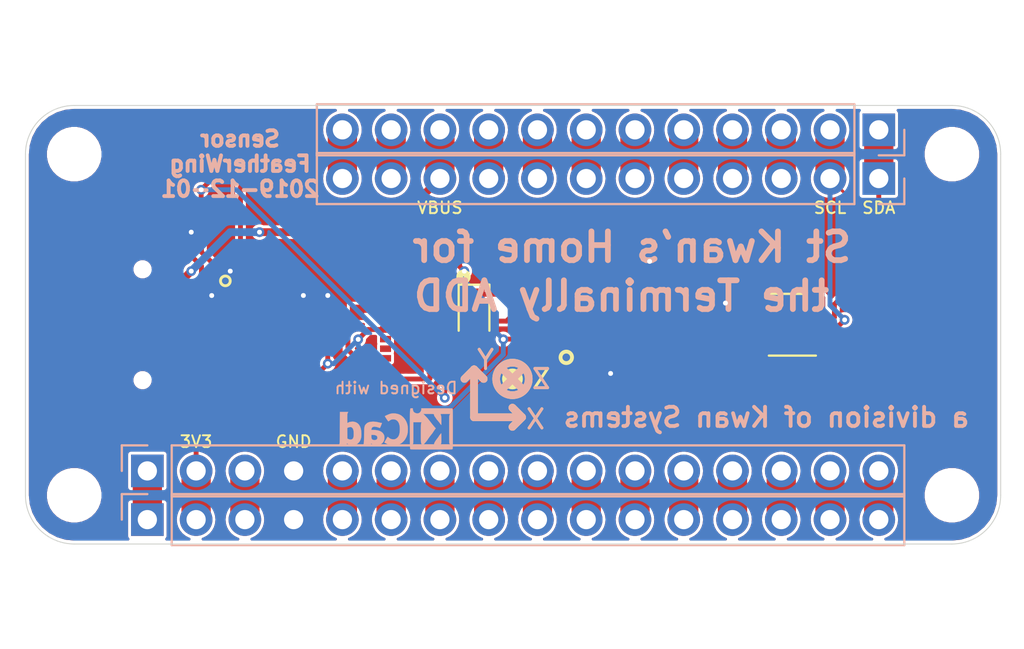
<source format=kicad_pcb>
(kicad_pcb (version 20171130) (host pcbnew 5.1.4-e60b266~84~ubuntu18.04.1)
  (layers (0 F.Cu signal) (31 B.Cu signal) (34 B.Paste user) (35 F.Paste user) (36 B.SilkS user) (37 F.SilkS user) (38 B.Mask user) (39 F.Mask user) (44 Edge.Cuts user))
  (net 0 "")
  (net 1 GND)
  (net 2 +3V3)
  (net 3 /MPU9250/REGOUT)
  (net 4 /SCL)
  (net 5 /SDA)
  (net 6 /HighAcc/ZACC)
  (net 7 /HighAcc/YACC)
  (net 8 /HighAcc/XACC)
  (net 9 "Net-(J103-Pad16)")
  (net 10 "Net-(J103-Pad15)")
  (net 11 "Net-(J103-Pad14)")
  (net 12 "Net-(J103-Pad13)")
  (net 13 "Net-(J103-Pad12)")
  (net 14 "Net-(J103-Pad11)")
  (net 15 "Net-(J103-Pad10)")
  (net 16 "Net-(J103-Pad9)")
  (net 17 "Net-(J103-Pad8)")
  (net 18 "Net-(J103-Pad7)")
  (net 19 "Net-(J103-Pad6)")
  (net 20 "Net-(J103-Pad5)")
  (net 21 "Net-(J103-Pad3)")
  (net 22 "Net-(J103-Pad1)")
  (net 23 "Net-(J104-Pad12)")
  (net 24 "Net-(J104-Pad11)")
  (net 25 "Net-(J104-Pad9)")
  (net 26 "Net-(J104-Pad8)")
  (net 27 "Net-(J104-Pad7)")
  (net 28 "Net-(J104-Pad6)")
  (net 29 "Net-(J104-Pad5)")
  (net 30 "Net-(J104-Pad4)")
  (net 31 "Net-(J104-Pad3)")
  (net 32 /BNO055/CAP)
  (net 33 /BNO055/XIN32)
  (net 34 /BNO055/XOUT32)
  (net 35 VBUS)
  (module KwanSystems:OSHW-Symbol_6.7x6mm_SolderMask (layer B.Cu) (at 114.3 144.272 180)
    (fp_text reference REF*** hide)
    (fp_text value OSHW-Symbol_6.7x6mm_Copper hide)
  )
  (module KwanSystems:Symbol_KiCAD-Logo_CopperAndSilkScreenTop_small (layer B.Cu) (at 120.904 146.304 180)
    (fp_text reference REF** hide)
    (fp_text value "KiCAD Logo" hide)
  )
  (module KwanSystems:KWAN_CIRCLE_soldermask (layer F.Cu) (at 147.828 140.97)
    (fp_text reference G*** hide)
    (fp_text value LOGO hide)
  )
  (module KwanSystems:ADivisionOf (layer B.Cu) (at 144.78 143.764 180)
    (fp_text reference REF** hide)
    (fp_text value StKwans)
    (fp_text user "a division of Kwan Systems" (at -6.096 -2.032) (layer B.SilkS) (effects (font (thickness 0.2)) (justify left mirror)))
  )
  (module KwanSystems:StKwans (layer B.Cu) (at 144.78 138.176 180)
    (fp_text reference REF** hide)
    (fp_text value StKwans hide)
    (fp_text user "the Terminally ADD" (at 1.15 -1.3) (layer B.SilkS) (effects (font (size 1.5 1.5) (thickness 0.3)) (justify left mirror)))
    (fp_text user "St Kwan's Home for" (at 0 1.25) (layer B.SilkS) (effects (font (size 1.5 1.5) (thickness 0.3)) (justify left mirror)))
  )
  (module KwanSystems:KWAN_CIRCLE_soldermask (layer B.Cu) (at 147.828 140.97 180)
    (fp_text reference G*** hide)
    (fp_text value LOGO hide)
  )
  (module KwanSystems:Axis (layer F.Cu) (at 124.968 145.796)
    (fp_text reference U501 hide)
    (fp_text value MPU9250 hide)
    (fp_text user Z (at 3.5 -2) (layer B.SilkS) (effects (justify mirror)))
    (fp_text user Y (at 0.6 -3) (layer B.SilkS) (effects (justify mirror)))
    (fp_text user X (at 3.2 0.1) (layer B.SilkS) (effects (justify mirror)))
    (fp_text user Z (at 3.5 -2) (layer F.SilkS))
    (fp_text user X (at 3.2 0.1) (layer F.SilkS))
    (fp_text user Y (at 0.6 -3) (layer F.SilkS))
  )
  (module KwanSystems:STANDOFF_FEATHER (layer F.Cu) (at 104.14 149.86)
    (fp_text reference J101)
    (fp_text value STANDOFF)
    (pad "" np_thru_hole circle (at 0 0) (size 2.54 2.54) (drill 2.54) (layers *.Cu *.Mask))
  )
  (module KwanSystems:STANDOFF_FEATHER (layer F.Cu) (at 104.14 132.08)
    (fp_text reference J102 hide)
    (fp_text value STANDOFF)
    (pad "" np_thru_hole circle (at 0 0) (size 2.54 2.54) (drill 2.54) (layers *.Cu *.Mask))
  )
  (module KwanSystems:STANDOFF_FEATHER (layer F.Cu) (at 149.86 132.08)
    (fp_text reference J105 hide)
    (fp_text value STANDOFF)
    (pad "" np_thru_hole circle (at 0 0) (size 2.54 2.54) (drill 2.54) (layers *.Cu *.Mask))
  )
  (module KwanSystems:STANDOFF_FEATHER (layer F.Cu) (at 149.86 149.86)
    (fp_text reference J106 hide)
    (fp_text value STANDOFF hide)
    (pad "" np_thru_hole circle (at 0 0) (size 2.54 2.54) (drill 2.54) (layers *.Cu *.Mask))
  )
  (module KwanSystems:QFN24_PAD (layer F.Cu) (at 114.3 140.97)
    (fp_text reference U201 hide)
    (fp_text value MPU9250 hide)
    (pad 22 smd oval (at -0.2 -1.55) (size 0.225 0.7) (layers F.Cu F.Paste F.Mask) (net 1 GND))
    (pad 21 smd oval (at 0.2 -1.55) (size 0.225 0.7) (layers F.Cu F.Paste F.Mask))
    (pad 20 smd oval (at 0.6 -1.55) (size 0.225 0.7) (layers F.Cu F.Paste F.Mask) (net 1 GND))
    (pad 19 smd oval (at 1 -1.55) (size 0.225 0.7) (layers F.Cu F.Paste F.Mask))
    (pad 24 smd oval (at -1 -1.55) (size 0.225 0.7) (layers F.Cu F.Paste F.Mask) (net 5 /SDA))
    (pad 23 smd oval (at -0.6 -1.55) (size 0.225 0.7) (layers F.Cu F.Paste F.Mask) (net 4 /SCL))
    (pad 10 smd oval (at 0.2 1.55 180) (size 0.225 0.7) (layers F.Cu F.Paste F.Mask) (net 3 /MPU9250/REGOUT))
    (pad 9 smd oval (at -0.2 1.55 180) (size 0.225 0.7) (layers F.Cu F.Paste F.Mask) (net 1 GND))
    (pad 8 smd oval (at -0.6 1.55 180) (size 0.225 0.7) (layers F.Cu F.Paste F.Mask) (net 2 +3V3))
    (pad 7 smd oval (at -1 1.55 180) (size 0.225 0.7) (layers F.Cu F.Paste F.Mask))
    (pad 12 smd oval (at 1 1.55 180) (size 0.225 0.7) (layers F.Cu F.Paste F.Mask))
    (pad 11 smd oval (at 0.6 1.55 180) (size 0.225 0.7) (layers F.Cu F.Paste F.Mask))
    (pad 4 smd oval (at -1.55 0.2 90) (size 0.225 0.7) (layers F.Cu F.Paste F.Mask))
    (pad 3 smd oval (at -1.55 -0.2 90) (size 0.225 0.7) (layers F.Cu F.Paste F.Mask))
    (pad 2 smd oval (at -1.55 -0.6 90) (size 0.225 0.7) (layers F.Cu F.Paste F.Mask))
    (pad 1 smd oval (at -1.55 -1 90) (size 0.225 0.7) (layers F.Cu F.Paste F.Mask))
    (pad 6 smd oval (at -1.55 1 90) (size 0.225 0.7) (layers F.Cu F.Paste F.Mask))
    (pad 5 smd oval (at -1.55 0.6 90) (size 0.225 0.7) (layers F.Cu F.Paste F.Mask))
    (pad 16 smd oval (at 1.55 -0.2 270) (size 0.225 0.7) (layers F.Cu F.Paste F.Mask))
    (pad 15 smd oval (at 1.55 0.2 270) (size 0.225 0.7) (layers F.Cu F.Paste F.Mask))
    (pad 14 smd oval (at 1.55 0.6 270) (size 0.225 0.7) (layers F.Cu F.Paste F.Mask))
    (pad 13 smd oval (at 1.55 1 270) (size 0.225 0.7) (layers F.Cu F.Paste F.Mask) (net 2 +3V3))
    (pad 18 smd oval (at 1.55 -1 270) (size 0.225 0.7) (layers F.Cu F.Paste F.Mask) (net 1 GND))
    (pad 17 smd oval (at 1.55 -0.6 270) (size 0.225 0.7) (layers F.Cu F.Paste F.Mask))
  )
  (module KwanSystems:SMD_0603 (layer F.Cu) (at 111.252 140.97 270)
    (fp_text reference C208)
    (fp_text value 100nF)
    (pad 2 smd rect (at 0.75 0 270) (size 0.8 0.75) (layers F.Cu F.Paste F.Mask) (net 2 +3V3))
    (pad 1 smd rect (at -0.75 0 270) (size 0.8 0.75) (layers F.Cu F.Paste F.Mask) (net 1 GND))
  )
  (module KwanSystems:SMD_0603 (layer F.Cu) (at 114.3 144.018)
    (fp_text reference C210)
    (fp_text value 100nF)
    (pad 1 smd rect (at -0.75 0) (size 0.8 0.75) (layers F.Cu F.Paste F.Mask) (net 1 GND))
    (pad 2 smd rect (at 0.75 0) (size 0.8 0.75) (layers F.Cu F.Paste F.Mask) (net 3 /MPU9250/REGOUT))
  )
  (module KwanSystems:SMD_0603 (layer F.Cu) (at 117.348 140.97 270)
    (fp_text reference C213)
    (fp_text value 100nF)
    (pad 1 smd rect (at -0.75 0 270) (size 0.8 0.75) (layers F.Cu F.Paste F.Mask) (net 1 GND))
    (pad 2 smd rect (at 0.75 0 270) (size 0.8 0.75) (layers F.Cu F.Paste F.Mask) (net 2 +3V3))
  )
  (module KwanSystems:R_Array_Convex_2x0402 (layer F.Cu) (at 109.22 132.08 180)
    (fp_text reference C306)
    (fp_text value 100nF)
    (pad 4 smd rect (at 0.5 -0.35 180) (size 0.5 0.4) (layers F.Cu F.Paste F.Mask) (net 1 GND))
    (pad 3 smd rect (at 0.5 0.35 180) (size 0.5 0.4) (layers F.Cu F.Paste F.Mask) (net 2 +3V3))
    (pad 2 smd rect (at -0.5 0.35 180) (size 0.5 0.4) (layers F.Cu F.Paste F.Mask) (net 1 GND))
    (pad 1 smd rect (at -0.5 -0.35 180) (size 0.5 0.4) (layers F.Cu F.Paste F.Mask) (net 2 +3V3))
  )
  (module KwanSystems:BME280 (layer F.Cu) (at 111.76 132.08)
    (fp_text reference U301 hide)
    (fp_text value BME280)
    (pad 2 smd rect (at 1.025 -0.325) (size 0.5 0.35) (layers F.Cu F.Paste F.Mask) (net 2 +3V3))
    (pad 8 smd rect (at -1.025 -0.975) (size 0.5 0.35) (layers F.Cu F.Paste F.Mask) (net 2 +3V3))
    (pad 3 smd rect (at 1.025 0.325) (size 0.5 0.35) (layers F.Cu F.Paste F.Mask) (net 5 /SDA))
    (pad 1 smd rect (at 1.025 -0.975) (size 0.5 0.35) (layers F.Cu F.Paste F.Mask) (net 1 GND))
    (pad 4 smd rect (at 1.025 0.975) (size 0.5 0.35) (layers F.Cu F.Paste F.Mask) (net 4 /SCL))
    (pad 5 smd rect (at -1.025 0.975) (size 0.5 0.35) (layers F.Cu F.Paste F.Mask) (net 1 GND))
    (pad 7 smd rect (at -1.025 -0.325) (size 0.5 0.35) (layers F.Cu F.Paste F.Mask) (net 1 GND))
    (pad 6 smd rect (at -1.025 0.325) (size 0.5 0.35) (layers F.Cu F.Paste F.Mask) (net 2 +3V3))
  )
  (module KwanSystems:SMD_0603 (layer F.Cu) (at 137.16 140.97 270)
    (fp_text reference C401)
    (fp_text value 100nF)
    (pad 2 smd rect (at 0.75 0 270) (size 0.8 0.75) (layers F.Cu F.Paste F.Mask) (net 6 /HighAcc/ZACC))
    (pad 1 smd rect (at -0.75 0 270) (size 0.8 0.75) (layers F.Cu F.Paste F.Mask) (net 1 GND))
  )
  (module KwanSystems:SMD_0603 (layer F.Cu) (at 135.636 140.97 270)
    (fp_text reference C402)
    (fp_text value 100nF)
    (pad 1 smd rect (at -0.75 0 270) (size 0.8 0.75) (layers F.Cu F.Paste F.Mask) (net 1 GND))
    (pad 2 smd rect (at 0.75 0 270) (size 0.8 0.75) (layers F.Cu F.Paste F.Mask) (net 7 /HighAcc/YACC))
  )
  (module KwanSystems:SMD_0603 (layer F.Cu) (at 134.112 140.97 270)
    (fp_text reference C403)
    (fp_text value 100nF)
    (pad 2 smd rect (at 0.75 0 270) (size 0.8 0.75) (layers F.Cu F.Paste F.Mask) (net 8 /HighAcc/XACC))
    (pad 1 smd rect (at -0.75 0 270) (size 0.8 0.75) (layers F.Cu F.Paste F.Mask) (net 1 GND))
  )
  (module KwanSystems:SMD_0603 (layer F.Cu) (at 129.032 140.97 90)
    (fp_text reference C505)
    (fp_text value 4.7uF)
    (pad 1 smd rect (at -0.75 0 90) (size 0.8 0.75) (layers F.Cu F.Paste F.Mask) (net 2 +3V3))
    (pad 2 smd rect (at 0.75 0 90) (size 0.8 0.75) (layers F.Cu F.Paste F.Mask) (net 1 GND))
  )
  (module KwanSystems:SMD_0603 (layer F.Cu) (at 141.224 143.51)
    (fp_text reference C607)
    (fp_text value 100nF)
    (pad 1 smd rect (at -0.75 0) (size 0.8 0.75) (layers F.Cu F.Paste F.Mask) (net 2 +3V3))
    (pad 2 smd rect (at 0.75 0) (size 0.8 0.75) (layers F.Cu F.Paste F.Mask) (net 1 GND))
  )
  (module KwanSystems:SMD_0603 (layer F.Cu) (at 141.224 145.034)
    (fp_text reference C608)
    (fp_text value 10uF)
    (pad 2 smd rect (at 0.75 0) (size 0.8 0.75) (layers F.Cu F.Paste F.Mask) (net 1 GND))
    (pad 1 smd rect (at -0.75 0) (size 0.8 0.75) (layers F.Cu F.Paste F.Mask) (net 2 +3V3))
  )
  (module KwanSystems:ADXL377 (layer F.Cu) (at 131.572 140.97 90)
    (fp_text reference U501)
    (fp_text value ADXL377)
    (pad 2 smd rect (at -1.4 -0.25 90) (size 0.6 0.3) (layers F.Cu F.Paste F.Mask) (net 1 GND))
    (pad 1 smd rect (at -1.4 -0.75 90) (size 0.6 0.3) (layers F.Cu F.Paste F.Mask))
    (pad 4 smd rect (at -1.4 0.75 90) (size 0.6 0.3) (layers F.Cu F.Paste F.Mask) (net 7 /HighAcc/YACC))
    (pad 3 smd rect (at -1.4 0.25 270) (size 0.6 0.3) (layers F.Cu F.Paste F.Mask))
    (pad 6 smd rect (at -0.25 1.4 180) (size 0.6 0.3) (layers F.Cu F.Paste F.Mask) (net 1 GND))
    (pad 7 smd rect (at 0.25 1.4) (size 0.6 0.3) (layers F.Cu F.Paste F.Mask) (net 1 GND))
    (pad 8 smd rect (at 0.75 1.4) (size 0.6 0.3) (layers F.Cu F.Paste F.Mask))
    (pad 5 smd rect (at -0.75 1.4 180) (size 0.6 0.3) (layers F.Cu F.Paste F.Mask) (net 8 /HighAcc/XACC))
    (pad 10 smd rect (at 1.4 0.25 270) (size 0.6 0.3) (layers F.Cu F.Paste F.Mask))
    (pad 11 smd rect (at 1.4 -0.25 90) (size 0.6 0.3) (layers F.Cu F.Paste F.Mask))
    (pad 12 smd rect (at 1.4 -0.75 270) (size 0.6 0.3) (layers F.Cu F.Paste F.Mask))
    (pad 9 smd rect (at 1.4 0.75 270) (size 0.6 0.3) (layers F.Cu F.Paste F.Mask))
    (pad 14 smd rect (at 0.25 -1.4) (size 0.6 0.3) (layers F.Cu F.Paste F.Mask) (net 2 +3V3))
    (pad 15 smd rect (at -0.25 -1.4 180) (size 0.6 0.3) (layers F.Cu F.Paste F.Mask) (net 2 +3V3))
    (pad 16 smd rect (at -0.75 -1.4 180) (size 0.6 0.3) (layers F.Cu F.Paste F.Mask) (net 6 /HighAcc/ZACC))
    (pad 13 smd rect (at 0.75 -1.4) (size 0.6 0.3) (layers F.Cu F.Paste F.Mask))
    (pad ~ smd rect (at 0 0 270) (size 1.6 1.6) (layers F.Cu F.Paste F.Mask))
  )
  (module TO_SOT_Packages_SMD:SOT-23-8 (layer F.Cu) (at 141.224 140.97 180)
    (fp_text reference U601 hide)
    (fp_text value AD7991)
    (pad 8 smd rect (at 1.1 -0.98 180) (size 1.06 0.4) (layers F.Cu F.Paste F.Mask) (net 2 +3V3))
    (pad 7 smd rect (at 1.1 -0.33 180) (size 1.06 0.4) (layers F.Cu F.Paste F.Mask) (net 1 GND))
    (pad 6 smd rect (at 1.1 0.33 180) (size 1.06 0.4) (layers F.Cu F.Paste F.Mask) (net 6 /HighAcc/ZACC))
    (pad 5 smd rect (at 1.1 0.98 180) (size 1.06 0.4) (layers F.Cu F.Paste F.Mask))
    (pad 4 smd rect (at -1.1 0.98 180) (size 1.06 0.4) (layers F.Cu F.Paste F.Mask) (net 7 /HighAcc/YACC))
    (pad 3 smd rect (at -1.1 0.33 180) (size 1.06 0.4) (layers F.Cu F.Paste F.Mask) (net 8 /HighAcc/XACC))
    (pad 2 smd rect (at -1.1 -0.33 180) (size 1.06 0.4) (layers F.Cu F.Paste F.Mask) (net 5 /SDA))
    (pad 1 smd rect (at -1.1 -0.98 180) (size 1.06 0.4) (layers F.Cu F.Paste F.Mask) (net 4 /SCL))
  )
  (module KwanSystems:SMD_0603 (layer F.Cu) (at 121.92 137.16)
    (fp_text reference C703)
    (fp_text value 100nF)
    (pad 2 smd rect (at 0.75 0) (size 0.8 0.75) (layers F.Cu F.Paste F.Mask) (net 2 +3V3))
    (pad 1 smd rect (at -0.75 0) (size 0.8 0.75) (layers F.Cu F.Paste F.Mask) (net 1 GND))
  )
  (module KwanSystems:SMD_0603 (layer F.Cu) (at 118.872 139.573 90)
    (fp_text reference C709)
    (fp_text value 100nF)
    (pad 1 smd rect (at -0.75 0 90) (size 0.8 0.75) (layers F.Cu F.Paste F.Mask) (net 32 /BNO055/CAP))
    (pad 2 smd rect (at 0.75 0 90) (size 0.8 0.75) (layers F.Cu F.Paste F.Mask) (net 1 GND))
  )
  (module KwanSystems:SMD_0603 (layer F.Cu) (at 124.968 137.16)
    (fp_text reference C725)
    (fp_text value 120nF)
    (pad 1 smd rect (at -0.75 0) (size 0.8 0.75) (layers F.Cu F.Paste F.Mask) (net 2 +3V3))
    (pad 2 smd rect (at 0.75 0) (size 0.8 0.75) (layers F.Cu F.Paste F.Mask) (net 1 GND))
  )
  (module KwanSystems:R_Array_Convex_2x0402 (layer F.Cu) (at 127.508 140.081)
    (fp_text reference C726)
    (fp_text value 22pF)
    (pad 4 smd rect (at 0.5 -0.35) (size 0.5 0.4) (layers F.Cu F.Paste F.Mask) (net 1 GND))
    (pad 3 smd rect (at 0.5 0.35) (size 0.5 0.4) (layers F.Cu F.Paste F.Mask) (net 1 GND))
    (pad 2 smd rect (at -0.5 0.35) (size 0.5 0.4) (layers F.Cu F.Paste F.Mask) (net 34 /BNO055/XOUT32))
    (pad 1 smd rect (at -0.5 -0.35) (size 0.5 0.4) (layers F.Cu F.Paste F.Mask) (net 33 /BNO055/XIN32))
  )
  (module KwanSystems:SMD_0603 (layer F.Cu) (at 124.968 135.636)
    (fp_text reference C728)
    (fp_text value 6.8nF)
    (pad 2 smd rect (at 0.75 0) (size 0.8 0.75) (layers F.Cu F.Paste F.Mask) (net 1 GND))
    (pad 1 smd rect (at -0.75 0) (size 0.8 0.75) (layers F.Cu F.Paste F.Mask) (net 2 +3V3))
  )
  (module KwanSystems:BNO055 (layer F.Cu) (at 121.92 140.97)
    (fp_text reference U701)
    (fp_text value BNO055)
    (pad 1 smd rect (at 1.5625 -2.25 270) (size 0.34 0.575) (layers F.Cu F.Paste F.Mask))
    (pad 2 smd rect (at 0.75 -2.3125 270) (size 0.475 0.34) (layers F.Cu F.Paste F.Mask) (net 1 GND))
    (pad 3 smd rect (at 0.25 -2.3125 270) (size 0.475 0.34) (layers F.Cu F.Paste F.Mask) (net 2 +3V3))
    (pad 4 smd rect (at -0.25 -2.3125 270) (size 0.475 0.34) (layers F.Cu F.Paste F.Mask) (net 2 +3V3))
    (pad 5 smd rect (at -0.75 -2.3125 270) (size 0.475 0.34) (layers F.Cu F.Paste F.Mask) (net 1 GND))
    (pad 6 smd rect (at -1.5625 -2.25 270) (size 0.34 0.575) (layers F.Cu F.Paste F.Mask) (net 1 GND))
    (pad 7 smd rect (at -1.5625 -1.75 270) (size 0.34 0.575) (layers F.Cu F.Paste F.Mask))
    (pad 8 smd rect (at -1.5625 -1.25 270) (size 0.34 0.575) (layers F.Cu F.Paste F.Mask))
    (pad 9 smd rect (at -1.5625 -0.75 270) (size 0.34 0.575) (layers F.Cu F.Paste F.Mask) (net 32 /BNO055/CAP))
    (pad 10 smd rect (at -1.5625 -0.25 270) (size 0.34 0.575) (layers F.Cu F.Paste F.Mask))
    (pad 11 smd rect (at -1.5625 0.25 270) (size 0.34 0.575) (layers F.Cu F.Paste F.Mask) (net 2 +3V3))
    (pad 12 smd rect (at -1.5625 0.75 270) (size 0.34 0.575) (layers F.Cu F.Paste F.Mask))
    (pad 13 smd rect (at -1.5625 1.25 270) (size 0.34 0.575) (layers F.Cu F.Paste F.Mask))
    (pad 14 smd rect (at -1.5625 1.75 270) (size 0.34 0.575) (layers F.Cu F.Paste F.Mask))
    (pad 15 smd rect (at -1.5625 2.25 270) (size 0.34 0.575) (layers F.Cu F.Paste F.Mask) (net 1 GND))
    (pad 16 smd rect (at -0.75 2.3125 270) (size 0.475 0.34) (layers F.Cu F.Paste F.Mask) (net 1 GND))
    (pad 17 smd rect (at -0.25 2.3125 270) (size 0.475 0.34) (layers F.Cu F.Paste F.Mask) (net 1 GND))
    (pad 18 smd rect (at 0.25 2.3125 270) (size 0.475 0.34) (layers F.Cu F.Paste F.Mask) (net 1 GND))
    (pad 19 smd rect (at 0.75 2.3125 270) (size 0.475 0.34) (layers F.Cu F.Paste F.Mask) (net 4 /SCL))
    (pad 20 smd rect (at 1.5625 2.25 270) (size 0.34 0.575) (layers F.Cu F.Paste F.Mask) (net 5 /SDA))
    (pad 21 smd rect (at 1.5625 1.75 270) (size 0.34 0.575) (layers F.Cu F.Paste F.Mask))
    (pad 22 smd rect (at 1.5625 1.25 270) (size 0.34 0.575) (layers F.Cu F.Paste F.Mask))
    (pad 23 smd rect (at 1.5625 0.75 270) (size 0.34 0.575) (layers F.Cu F.Paste F.Mask))
    (pad 24 smd rect (at 1.5625 0.25 270) (size 0.34 0.575) (layers F.Cu F.Paste F.Mask))
    (pad 25 smd rect (at 1.5625 -0.25 270) (size 0.34 0.575) (layers F.Cu F.Paste F.Mask) (net 1 GND))
    (pad 26 smd rect (at 1.5625 -0.75 270) (size 0.34 0.575) (layers F.Cu F.Paste F.Mask) (net 34 /BNO055/XOUT32))
    (pad 27 smd rect (at 1.5625 -1.25 270) (size 0.34 0.575) (layers F.Cu F.Paste F.Mask) (net 33 /BNO055/XIN32))
    (pad 28 smd rect (at 1.5625 -1.75 270) (size 0.34 0.575) (layers F.Cu F.Paste F.Mask) (net 2 +3V3))
  )
  (module Crystal:Crystal_SMD_2012-2Pin_2.0x1.2mm (layer F.Cu) (at 124.968 140.081 270)
    (fp_text reference Y701 hide)
    (fp_text value 32kiHz)
    (pad 1 smd rect (at -0.7 0 270) (size 0.6 1.1) (layers F.Cu F.Paste F.Mask) (net 33 /BNO055/XIN32))
    (pad 2 smd rect (at 0.7 0 270) (size 0.6 1.1) (layers F.Cu F.Paste F.Mask) (net 34 /BNO055/XOUT32))
  )
  (module Connector_PinHeader_2.54mm:PinHeader_1x16_P2.54mm_Vertical (layer B.Cu) (at 107.95 151.13 270)
    (fp_text reference J103 hide)
    (fp_text value Conn_01x16_Male)
    (pad 16 thru_hole oval (at 0 -38.1 270) (size 1.7 1.7) (drill 1) (layers *.Cu *.Mask) (net 9 "Net-(J103-Pad16)"))
    (pad 15 thru_hole oval (at 0 -35.56 270) (size 1.7 1.7) (drill 1) (layers *.Cu *.Mask) (net 10 "Net-(J103-Pad15)"))
    (pad 14 thru_hole oval (at 0 -33.02 270) (size 1.7 1.7) (drill 1) (layers *.Cu *.Mask) (net 11 "Net-(J103-Pad14)"))
    (pad 13 thru_hole oval (at 0 -30.48 270) (size 1.7 1.7) (drill 1) (layers *.Cu *.Mask) (net 12 "Net-(J103-Pad13)"))
    (pad 12 thru_hole oval (at 0 -27.94 270) (size 1.7 1.7) (drill 1) (layers *.Cu *.Mask) (net 13 "Net-(J103-Pad12)"))
    (pad 11 thru_hole oval (at 0 -25.4 270) (size 1.7 1.7) (drill 1) (layers *.Cu *.Mask) (net 14 "Net-(J103-Pad11)"))
    (pad 10 thru_hole oval (at 0 -22.86 270) (size 1.7 1.7) (drill 1) (layers *.Cu *.Mask) (net 15 "Net-(J103-Pad10)"))
    (pad 9 thru_hole oval (at 0 -20.32 270) (size 1.7 1.7) (drill 1) (layers *.Cu *.Mask) (net 16 "Net-(J103-Pad9)"))
    (pad 8 thru_hole oval (at 0 -17.78 270) (size 1.7 1.7) (drill 1) (layers *.Cu *.Mask) (net 17 "Net-(J103-Pad8)"))
    (pad 7 thru_hole oval (at 0 -15.24 270) (size 1.7 1.7) (drill 1) (layers *.Cu *.Mask) (net 18 "Net-(J103-Pad7)"))
    (pad 6 thru_hole oval (at 0 -12.7 270) (size 1.7 1.7) (drill 1) (layers *.Cu *.Mask) (net 19 "Net-(J103-Pad6)"))
    (pad 5 thru_hole oval (at 0 -10.16 270) (size 1.7 1.7) (drill 1) (layers *.Cu *.Mask) (net 20 "Net-(J103-Pad5)"))
    (pad 4 thru_hole oval (at 0 -7.62 270) (size 1.7 1.7) (drill 1) (layers *.Cu *.Mask) (net 1 GND))
    (pad 3 thru_hole oval (at 0 -5.08 270) (size 1.7 1.7) (drill 1) (layers *.Cu *.Mask) (net 21 "Net-(J103-Pad3)"))
    (pad 2 thru_hole oval (at 0 -2.54 270) (size 1.7 1.7) (drill 1) (layers *.Cu *.Mask) (net 2 +3V3))
    (pad 1 thru_hole rect (at 0 0 270) (size 1.7 1.7) (drill 1) (layers *.Cu *.Mask) (net 22 "Net-(J103-Pad1)"))
  )
  (module Connector_PinHeader_2.54mm:PinHeader_1x12_P2.54mm_Vertical (layer B.Cu) (at 146.05 130.81 90)
    (fp_text reference J104 hide)
    (fp_text value Conn_01x12_Male)
    (pad 12 thru_hole oval (at 0 -27.94 90) (size 1.7 1.7) (drill 1) (layers *.Cu *.Mask) (net 23 "Net-(J104-Pad12)"))
    (pad 11 thru_hole oval (at 0 -25.4 90) (size 1.7 1.7) (drill 1) (layers *.Cu *.Mask) (net 24 "Net-(J104-Pad11)"))
    (pad 10 thru_hole oval (at 0 -22.86 90) (size 1.7 1.7) (drill 1) (layers *.Cu *.Mask) (net 35 VBUS))
    (pad 9 thru_hole oval (at 0 -20.32 90) (size 1.7 1.7) (drill 1) (layers *.Cu *.Mask) (net 25 "Net-(J104-Pad9)"))
    (pad 8 thru_hole oval (at 0 -17.78 90) (size 1.7 1.7) (drill 1) (layers *.Cu *.Mask) (net 26 "Net-(J104-Pad8)"))
    (pad 7 thru_hole oval (at 0 -15.24 90) (size 1.7 1.7) (drill 1) (layers *.Cu *.Mask) (net 27 "Net-(J104-Pad7)"))
    (pad 6 thru_hole oval (at 0 -12.7 90) (size 1.7 1.7) (drill 1) (layers *.Cu *.Mask) (net 28 "Net-(J104-Pad6)"))
    (pad 5 thru_hole oval (at 0 -10.16 90) (size 1.7 1.7) (drill 1) (layers *.Cu *.Mask) (net 29 "Net-(J104-Pad5)"))
    (pad 4 thru_hole oval (at 0 -7.62 90) (size 1.7 1.7) (drill 1) (layers *.Cu *.Mask) (net 30 "Net-(J104-Pad4)"))
    (pad 3 thru_hole oval (at 0 -5.08 90) (size 1.7 1.7) (drill 1) (layers *.Cu *.Mask) (net 31 "Net-(J104-Pad3)"))
    (pad 2 thru_hole oval (at 0 -2.54 90) (size 1.7 1.7) (drill 1) (layers *.Cu *.Mask) (net 4 /SCL))
    (pad 1 thru_hole rect (at 0 0 90) (size 1.7 1.7) (drill 1) (layers *.Cu *.Mask) (net 5 /SDA))
  )
  (module Connector_PinHeader_2.54mm:PinHeader_1x16_P2.54mm_Vertical (layer B.Cu) (at 107.95 148.59 270)
    (fp_text reference J107 hide)
    (fp_text value Conn_01x16_Male)
    (pad 1 thru_hole rect (at 0 0 270) (size 1.7 1.7) (drill 1) (layers *.Cu *.Mask) (net 22 "Net-(J103-Pad1)"))
    (pad 2 thru_hole oval (at 0 -2.54 270) (size 1.7 1.7) (drill 1) (layers *.Cu *.Mask) (net 2 +3V3))
    (pad 3 thru_hole oval (at 0 -5.08 270) (size 1.7 1.7) (drill 1) (layers *.Cu *.Mask) (net 21 "Net-(J103-Pad3)"))
    (pad 4 thru_hole oval (at 0 -7.62 270) (size 1.7 1.7) (drill 1) (layers *.Cu *.Mask) (net 1 GND))
    (pad 5 thru_hole oval (at 0 -10.16 270) (size 1.7 1.7) (drill 1) (layers *.Cu *.Mask) (net 20 "Net-(J103-Pad5)"))
    (pad 6 thru_hole oval (at 0 -12.7 270) (size 1.7 1.7) (drill 1) (layers *.Cu *.Mask) (net 19 "Net-(J103-Pad6)"))
    (pad 7 thru_hole oval (at 0 -15.24 270) (size 1.7 1.7) (drill 1) (layers *.Cu *.Mask) (net 18 "Net-(J103-Pad7)"))
    (pad 8 thru_hole oval (at 0 -17.78 270) (size 1.7 1.7) (drill 1) (layers *.Cu *.Mask) (net 17 "Net-(J103-Pad8)"))
    (pad 9 thru_hole oval (at 0 -20.32 270) (size 1.7 1.7) (drill 1) (layers *.Cu *.Mask) (net 16 "Net-(J103-Pad9)"))
    (pad 10 thru_hole oval (at 0 -22.86 270) (size 1.7 1.7) (drill 1) (layers *.Cu *.Mask) (net 15 "Net-(J103-Pad10)"))
    (pad 11 thru_hole oval (at 0 -25.4 270) (size 1.7 1.7) (drill 1) (layers *.Cu *.Mask) (net 14 "Net-(J103-Pad11)"))
    (pad 12 thru_hole oval (at 0 -27.94 270) (size 1.7 1.7) (drill 1) (layers *.Cu *.Mask) (net 13 "Net-(J103-Pad12)"))
    (pad 13 thru_hole oval (at 0 -30.48 270) (size 1.7 1.7) (drill 1) (layers *.Cu *.Mask) (net 12 "Net-(J103-Pad13)"))
    (pad 14 thru_hole oval (at 0 -33.02 270) (size 1.7 1.7) (drill 1) (layers *.Cu *.Mask) (net 11 "Net-(J103-Pad14)"))
    (pad 15 thru_hole oval (at 0 -35.56 270) (size 1.7 1.7) (drill 1) (layers *.Cu *.Mask) (net 10 "Net-(J103-Pad15)"))
    (pad 16 thru_hole oval (at 0 -38.1 270) (size 1.7 1.7) (drill 1) (layers *.Cu *.Mask) (net 9 "Net-(J103-Pad16)"))
  )
  (module Connector_PinHeader_2.54mm:PinHeader_1x12_P2.54mm_Vertical (layer B.Cu) (at 146.05 133.35 90)
    (fp_text reference J108 hide)
    (fp_text value Conn_01x12_Male)
    (pad 1 thru_hole rect (at 0 0 90) (size 1.7 1.7) (drill 1) (layers *.Cu *.Mask) (net 5 /SDA))
    (pad 2 thru_hole oval (at 0 -2.54 90) (size 1.7 1.7) (drill 1) (layers *.Cu *.Mask) (net 4 /SCL))
    (pad 3 thru_hole oval (at 0 -5.08 90) (size 1.7 1.7) (drill 1) (layers *.Cu *.Mask) (net 31 "Net-(J104-Pad3)"))
    (pad 4 thru_hole oval (at 0 -7.62 90) (size 1.7 1.7) (drill 1) (layers *.Cu *.Mask) (net 30 "Net-(J104-Pad4)"))
    (pad 5 thru_hole oval (at 0 -10.16 90) (size 1.7 1.7) (drill 1) (layers *.Cu *.Mask) (net 29 "Net-(J104-Pad5)"))
    (pad 6 thru_hole oval (at 0 -12.7 90) (size 1.7 1.7) (drill 1) (layers *.Cu *.Mask) (net 28 "Net-(J104-Pad6)"))
    (pad 7 thru_hole oval (at 0 -15.24 90) (size 1.7 1.7) (drill 1) (layers *.Cu *.Mask) (net 27 "Net-(J104-Pad7)"))
    (pad 8 thru_hole oval (at 0 -17.78 90) (size 1.7 1.7) (drill 1) (layers *.Cu *.Mask) (net 26 "Net-(J104-Pad8)"))
    (pad 9 thru_hole oval (at 0 -20.32 90) (size 1.7 1.7) (drill 1) (layers *.Cu *.Mask) (net 25 "Net-(J104-Pad9)"))
    (pad 10 thru_hole oval (at 0 -22.86 90) (size 1.7 1.7) (drill 1) (layers *.Cu *.Mask) (net 35 VBUS))
    (pad 11 thru_hole oval (at 0 -25.4 90) (size 1.7 1.7) (drill 1) (layers *.Cu *.Mask) (net 24 "Net-(J104-Pad11)"))
    (pad 12 thru_hole oval (at 0 -27.94 90) (size 1.7 1.7) (drill 1) (layers *.Cu *.Mask) (net 23 "Net-(J104-Pad12)"))
  )
  (module KwanSystems:USB4110 (layer F.Cu) (at 101.6 140.97 270)
    (fp_text reference J109)
    (fp_text value USB_C_Receptacle_USB2.0)
    (pad "" np_thru_hole circle (at 2.89 -6.1 270) (size 0.65 0.65) (drill 0.65) (layers *.Cu *.Mask))
    (pad "" np_thru_hole circle (at -2.89 -6.1 270) (size 0.65 0.65) (drill 0.65) (layers *.Cu *.Mask))
    (pad S1 smd rect (at 5.11 -6.6 270) (size 2.18 2) (layers F.Cu F.Paste F.Mask) (net 1 GND))
    (pad A12 smd rect (at 3.2 -6.85 270) (size 0.6 0.5) (layers F.Cu F.Paste F.Mask) (net 1 GND))
    (pad A1 smd rect (at -3.2 -6.85 270) (size 0.6 0.5) (layers F.Cu F.Paste F.Mask) (net 1 GND))
    (pad B12 smd rect (at -3.2 -7.425 270) (size 0.6 0.65) (layers F.Cu F.Paste F.Mask) (net 1 GND))
    (pad B1 smd rect (at 3.2 -7.425 270) (size 0.6 0.65) (layers F.Cu F.Paste F.Mask) (net 1 GND))
    (pad B4 smd rect (at 2.4 -7.425 270) (size 0.6 0.65) (layers F.Cu F.Paste F.Mask) (net 35 VBUS))
    (pad A9 smd rect (at 2.4 -6.85 270) (size 0.6 0.5) (layers F.Cu F.Paste F.Mask) (net 35 VBUS))
    (pad A4 smd rect (at -2.4 -6.85 270) (size 0.6 0.5) (layers F.Cu F.Paste F.Mask) (net 35 VBUS))
    (pad B9 smd rect (at -2.4 -7.425 270) (size 0.6 0.65) (layers F.Cu F.Paste F.Mask) (net 35 VBUS))
    (pad B5 smd rect (at 1.75 -7.175 270) (size 0.3 1.15) (layers F.Cu F.Paste F.Mask))
    (pad A8 smd rect (at 1.25 -7.175 270) (size 0.3 1.15) (layers F.Cu F.Paste F.Mask))
    (pad S1 smd rect (at -5.11 -6.6 270) (size 2.18 2) (layers F.Cu F.Paste F.Mask) (net 1 GND))
    (pad B6 smd rect (at 0.75 -7.175 270) (size 0.3 1.15) (layers F.Cu F.Paste F.Mask))
    (pad A7 smd rect (at 0.25 -7.175 270) (size 0.3 1.15) (layers F.Cu F.Paste F.Mask))
    (pad S1 smd rect (at 5.11 -2.67 270) (size 2.18 2) (layers F.Cu F.Paste F.Mask) (net 1 GND))
    (pad S1 smd rect (at -5.11 -2.67 270) (size 2.18 2) (layers F.Cu F.Paste F.Mask) (net 1 GND))
    (pad A6 smd rect (at -0.25 -7.175 270) (size 0.3 1.15) (layers F.Cu F.Paste F.Mask))
    (pad B7 smd rect (at -0.75 -7.175 270) (size 0.3 1.15) (layers F.Cu F.Paste F.Mask))
    (pad A5 smd rect (at -1.25 -7.175 270) (size 0.3 1.15) (layers F.Cu F.Paste F.Mask))
    (pad B8 smd rect (at -1.75 -7.175 270) (size 0.3 1.15) (layers F.Cu F.Paste F.Mask))
  )
  (module KwanSystems:R_Array_Convex_2x0402 (layer F.Cu) (at 144.78 136.144)
    (fp_text reference R101)
    (fp_text value 10k)
    (pad 4 smd rect (at 0.5 -0.35) (size 0.5 0.4) (layers F.Cu F.Paste F.Mask) (net 5 /SDA))
    (pad 3 smd rect (at 0.5 0.35) (size 0.5 0.4) (layers F.Cu F.Paste F.Mask) (net 4 /SCL))
    (pad 2 smd rect (at -0.5 0.35) (size 0.5 0.4) (layers F.Cu F.Paste F.Mask) (net 2 +3V3))
    (pad 1 smd rect (at -0.5 -0.35) (size 0.5 0.4) (layers F.Cu F.Paste F.Mask) (net 2 +3V3))
  )
  (gr_text GND (at 115.57 147.066) (layer F.SilkS) (effects (font (size 0.6096 0.6096) (thickness 0.1016))))
  (gr_text 3V3 (at 110.49 147.066) (layer F.SilkS) (effects (font (size 0.6096 0.6096) (thickness 0.1016))))
  (gr_text SCL (at 143.51 134.874) (layer F.SilkS) (effects (font (size 0.6096 0.6096) (thickness 0.1016))))
  (gr_text SDA (at 146.05 134.874) (layer F.SilkS) (effects (font (size 0.6096 0.6096) (thickness 0.1016))))
  (gr_text VBUS (at 123.19 134.874) (layer F.SilkS) (effects (font (size 0.6096 0.6096) (thickness 0.1016))))
  (gr_text "Designed with" (at 120.904 144.272) (layer B.SilkS) (effects (font (size 0.6096 0.6096) (thickness 0.1016)) (justify mirror)))
  (gr_text "Sensor\nFeatherWing\n2019-12-01" (at 112.776 132.588) (layer B.SilkS) (effects (font (size 0.8128 0.8128) (thickness 0.2032)) (justify mirror)))
  (gr_line (start 152.4 149.86) (end 152.4 132.08) (layer Edge.Cuts) (width 0.05))
  (gr_line (start 104.14 152.4) (end 149.86 152.4) (layer Edge.Cuts) (width 0.05))
  (gr_line (start 101.6 132.08) (end 101.6 149.86) (layer Edge.Cuts) (width 0.05))
  (gr_line (start 149.86 129.54) (end 104.14 129.54) (layer Edge.Cuts) (width 0.05))
  (gr_arc (start 149.86 132.08) (end 152.4 132.08) (angle -90) (layer Edge.Cuts) (width 0.05))
  (gr_arc (start 149.86 149.86) (end 149.86 152.4) (angle -90) (layer Edge.Cuts) (width 0.05))
  (gr_arc (start 104.14 149.86) (end 101.6 149.86) (angle -90) (layer Edge.Cuts) (width 0.05))
  (gr_arc (start 104.14 132.08) (end 104.14 129.54) (angle -90) (layer Edge.Cuts) (width 0.05))
  (via (at 138.06279 139.84079) (size 0.508) (drill 0.254) (layers F.Cu B.Cu) (net 1))
  (via (at 134.112 137.668) (size 0.508) (drill 0.254) (layers F.Cu B.Cu) (net 1))
  (via (at 132.08 143.51) (size 0.508) (drill 0.254) (layers F.Cu B.Cu) (net 1))
  (via (at 110.236 136.144) (size 0.508) (drill 0.254) (layers F.Cu B.Cu) (net 1))
  (via (at 112.268 138.176) (size 0.508) (drill 0.254) (layers F.Cu B.Cu) (net 1))
  (via (at 111.302282 139.448221) (size 0.508) (drill 0.254) (layers F.Cu B.Cu) (net 1))
  (via (at 117.348 139.446) (size 0.508) (drill 0.254) (layers F.Cu B.Cu) (net 1))
  (segment (start 117.348 140.22) (end 117.348 139.446) (width 0.1524) (layer F.Cu) (net 1))
  (via (at 116.078 139.446) (size 0.508) (drill 0.254) (layers F.Cu B.Cu) (net 1))
  (segment (start 109.745 132.405) (end 109.72 132.43) (width 0.254) (layer F.Cu) (net 2))
  (segment (start 110.735 132.405) (end 109.745 132.405) (width 0.254) (layer F.Cu) (net 2))
  (segment (start 109.345 131.105) (end 108.72 131.73) (width 0.254) (layer F.Cu) (net 2))
  (segment (start 110.735 131.105) (end 109.345 131.105) (width 0.254) (layer F.Cu) (net 2))
  (segment (start 113.362001 131.681999) (end 113.289 131.755) (width 0.254) (layer F.Cu) (net 2))
  (segment (start 113.362001 130.668399) (end 113.362001 131.681999) (width 0.254) (layer F.Cu) (net 2))
  (segment (start 113.296601 130.602999) (end 113.362001 130.668399) (width 0.254) (layer F.Cu) (net 2))
  (segment (start 111.312001 130.602999) (end 113.296601 130.602999) (width 0.254) (layer F.Cu) (net 2))
  (segment (start 113.289 131.755) (end 112.785 131.755) (width 0.254) (layer F.Cu) (net 2))
  (segment (start 110.81 131.105) (end 111.312001 130.602999) (width 0.254) (layer F.Cu) (net 2))
  (segment (start 110.735 131.105) (end 110.81 131.105) (width 0.254) (layer F.Cu) (net 2))
  (segment (start 109.142999 132.957001) (end 109.67 132.43) (width 0.254) (layer F.Cu) (net 2))
  (segment (start 108.208399 132.957001) (end 109.142999 132.957001) (width 0.254) (layer F.Cu) (net 2))
  (segment (start 108.142999 132.891601) (end 108.208399 132.957001) (width 0.254) (layer F.Cu) (net 2))
  (segment (start 108.142999 131.803001) (end 108.142999 132.891601) (width 0.254) (layer F.Cu) (net 2))
  (segment (start 109.67 132.43) (end 109.72 132.43) (width 0.254) (layer F.Cu) (net 2))
  (segment (start 108.216 131.73) (end 108.142999 131.803001) (width 0.254) (layer F.Cu) (net 2))
  (segment (start 108.72 131.73) (end 108.216 131.73) (width 0.254) (layer F.Cu) (net 2))
  (segment (start 117.098 141.97) (end 117.348 141.72) (width 0.254) (layer F.Cu) (net 2))
  (segment (start 115.85 141.97) (end 117.098 141.97) (width 0.254) (layer F.Cu) (net 2))
  (segment (start 113.7 142.911744) (end 113.462334 143.14941) (width 0.254) (layer F.Cu) (net 2))
  (segment (start 112.65641 143.14941) (end 111.252 141.745) (width 0.254) (layer F.Cu) (net 2))
  (segment (start 113.462334 143.14941) (end 112.65641 143.14941) (width 0.254) (layer F.Cu) (net 2))
  (segment (start 113.7 142.52) (end 113.7 142.911744) (width 0.254) (layer F.Cu) (net 2))
  (segment (start 110.49 148.59) (end 110.49 151.13) (width 1.524) (layer F.Cu) (net 2))
  (segment (start 122.17 137.66) (end 122.17 138.6575) (width 0.254) (layer F.Cu) (net 2))
  (segment (start 122.67 137.16) (end 122.17 137.66) (width 0.254) (layer F.Cu) (net 2))
  (segment (start 121.67 138.6575) (end 122.17 138.6575) (width 0.254) (layer F.Cu) (net 2))
  (segment (start 122.67 137.16) (end 124.218 137.16) (width 0.254) (layer F.Cu) (net 2))
  (segment (start 124.218 137.16) (end 124.218 135.636) (width 0.254) (layer F.Cu) (net 2))
  (segment (start 140.474 143.51) (end 140.474 145.034) (width 0.254) (layer F.Cu) (net 2))
  (segment (start 129.532 141.22) (end 130.172 141.22) (width 0.254) (layer F.Cu) (net 2))
  (segment (start 129.032 141.72) (end 129.532 141.22) (width 0.254) (layer F.Cu) (net 2))
  (segment (start 130.172 140.72) (end 130.172 141.22) (width 0.254) (layer F.Cu) (net 2))
  (segment (start 140.124 143.16) (end 140.474 143.51) (width 0.254) (layer F.Cu) (net 2))
  (segment (start 140.124 141.95) (end 140.124 143.16) (width 0.254) (layer F.Cu) (net 2))
  (segment (start 111.252 141.695) (end 110.597599 141.040599) (width 0.254) (layer F.Cu) (net 2))
  (segment (start 111.252 141.72) (end 111.252 141.695) (width 0.254) (layer F.Cu) (net 2))
  (segment (start 110.597599 139.596479) (end 110.597599 141.040599) (width 0.254) (layer F.Cu) (net 2))
  (segment (start 110.769401 139.424677) (end 110.597599 139.596479) (width 0.254) (layer F.Cu) (net 2))
  (segment (start 110.769401 137.919967) (end 110.769401 139.424677) (width 0.254) (layer F.Cu) (net 2))
  (segment (start 109.702599 133.516601) (end 109.702599 136.853165) (width 0.254) (layer F.Cu) (net 2))
  (segment (start 109.702599 136.853165) (end 110.769401 137.919967) (width 0.254) (layer F.Cu) (net 2))
  (segment (start 109.142999 132.957001) (end 109.702599 133.516601) (width 0.254) (layer F.Cu) (net 2))
  (segment (start 111.252 141.745) (end 111.252 141.72) (width 0.254) (layer F.Cu) (net 2))
  (segment (start 110.503 142.494) (end 111.252 141.745) (width 0.254) (layer F.Cu) (net 2))
  (segment (start 110.49 142.494) (end 110.503 142.494) (width 0.254) (layer F.Cu) (net 2))
  (segment (start 117.348 142.374) (end 117.348 141.72) (width 0.254) (layer F.Cu) (net 2))
  (segment (start 117.348 142.997922) (end 117.348 142.374) (width 0.254) (layer F.Cu) (net 2))
  (segment (start 114.295922 146.05) (end 117.348 142.997922) (width 0.254) (layer F.Cu) (net 2))
  (segment (start 110.49 146.05) (end 110.49 142.494) (width 0.254) (layer F.Cu) (net 2))
  (segment (start 110.49 146.05) (end 114.295922 146.05) (width 0.254) (layer F.Cu) (net 2))
  (segment (start 110.49 148.59) (end 110.49 146.05) (width 0.254) (layer F.Cu) (net 2))
  (via (at 117.348 142.997922) (size 0.508) (drill 0.254) (layers F.Cu B.Cu) (net 2))
  (segment (start 117.348 142.997922) (end 117.666879 142.997922) (width 0.254) (layer B.Cu) (net 2))
  (via (at 118.932801 141.732) (size 0.508) (drill 0.254) (layers F.Cu B.Cu) (net 2))
  (segment (start 117.666879 142.997922) (end 118.932801 141.732) (width 0.254) (layer B.Cu) (net 2))
  (segment (start 119.444801 141.22) (end 120.3575 141.22) (width 0.254) (layer F.Cu) (net 2))
  (segment (start 118.932801 141.732) (end 119.444801 141.22) (width 0.254) (layer F.Cu) (net 2))
  (via (at 126.492 141.732) (size 0.508) (drill 0.254) (layers F.Cu B.Cu) (net 2))
  (via (at 124.46 138.176) (size 0.508) (drill 0.254) (layers F.Cu B.Cu) (net 2))
  (segment (start 124.46 137.402) (end 124.218 137.16) (width 0.1524) (layer F.Cu) (net 2))
  (segment (start 126.492 142.09121) (end 126.492 141.732) (width 0.254) (layer B.Cu) (net 2))
  (segment (start 126.492 142.521434) (end 126.492 142.09121) (width 0.254) (layer B.Cu) (net 2))
  (segment (start 123.700033 145.313401) (end 126.492 142.521434) (width 0.254) (layer B.Cu) (net 2))
  (segment (start 118.932801 142.09121) (end 122.154992 145.313401) (width 0.254) (layer B.Cu) (net 2))
  (segment (start 122.154992 145.313401) (end 123.700033 145.313401) (width 0.254) (layer B.Cu) (net 2))
  (segment (start 118.932801 141.732) (end 118.932801 142.09121) (width 0.254) (layer B.Cu) (net 2))
  (segment (start 126.504 141.72) (end 126.492 141.732) (width 0.254) (layer F.Cu) (net 2))
  (segment (start 129.032 141.72) (end 126.504 141.72) (width 0.254) (layer F.Cu) (net 2))
  (segment (start 124.46 139.7) (end 126.492 141.732) (width 0.254) (layer B.Cu) (net 2))
  (segment (start 124.46 138.176) (end 124.46 139.7) (width 0.254) (layer B.Cu) (net 2))
  (segment (start 124.218 137.934) (end 124.46 138.176) (width 0.254) (layer F.Cu) (net 2))
  (segment (start 124.218 137.16) (end 124.218 137.934) (width 0.254) (layer F.Cu) (net 2))
  (segment (start 124.024 139.22) (end 123.4825 139.22) (width 0.254) (layer F.Cu) (net 2))
  (segment (start 124.46 138.176) (end 124.138599 138.497401) (width 0.254) (layer F.Cu) (net 2))
  (segment (start 124.138599 139.105401) (end 124.024 139.22) (width 0.254) (layer F.Cu) (net 2))
  (segment (start 124.138599 138.497401) (end 124.138599 139.105401) (width 0.254) (layer F.Cu) (net 2))
  (segment (start 114.5 143.468) (end 115.05 144.018) (width 0.254) (layer F.Cu) (net 3))
  (segment (start 114.5 142.52) (end 114.5 143.468) (width 0.254) (layer F.Cu) (net 3))
  (segment (start 143.51 130.81) (end 143.51 133.35) (width 1.524) (layer F.Cu) (net 4))
  (via (at 144.272 140.716) (size 0.508) (drill 0.254) (layers F.Cu B.Cu) (net 4))
  (segment (start 143.51 139.954) (end 143.51 133.35) (width 0.254) (layer B.Cu) (net 4))
  (segment (start 144.272 140.716) (end 143.51 139.954) (width 0.254) (layer B.Cu) (net 4))
  (segment (start 122.67 143.774) (end 122.67 143.2825) (width 0.254) (layer F.Cu) (net 4))
  (segment (start 122.644599 143.799401) (end 122.67 143.774) (width 0.254) (layer F.Cu) (net 4))
  (segment (start 143.038 141.95) (end 144.272 140.716) (width 0.254) (layer F.Cu) (net 4))
  (segment (start 142.324 141.95) (end 143.038 141.95) (width 0.254) (layer F.Cu) (net 4))
  (segment (start 144.359999 134.199999) (end 143.51 133.35) (width 0.1524) (layer F.Cu) (net 4))
  (segment (start 144.758601 136.375001) (end 144.758601 134.598601) (width 0.1524) (layer F.Cu) (net 4))
  (segment (start 144.8776 136.494) (end 144.758601 136.375001) (width 0.1524) (layer F.Cu) (net 4))
  (segment (start 144.758601 134.598601) (end 144.359999 134.199999) (width 0.1524) (layer F.Cu) (net 4))
  (segment (start 145.28 136.494) (end 144.8776 136.494) (width 0.1524) (layer F.Cu) (net 4))
  (segment (start 113.70641 139.034666) (end 113.70641 139.42) (width 0.254) (layer F.Cu) (net 4))
  (segment (start 112.801401 138.129657) (end 113.70641 139.034666) (width 0.254) (layer F.Cu) (net 4))
  (segment (start 112.801401 133.500401) (end 112.801401 138.129657) (width 0.254) (layer F.Cu) (net 4))
  (segment (start 112.785 133.055) (end 112.785 133.484) (width 0.254) (layer F.Cu) (net 4))
  (segment (start 112.785 133.484) (end 112.801401 133.500401) (width 0.254) (layer F.Cu) (net 4))
  (segment (start 118.399401 142.275401) (end 119.923401 143.799401) (width 0.254) (layer F.Cu) (net 4))
  (segment (start 118.399401 141.493479) (end 118.399401 142.275401) (width 0.254) (layer F.Cu) (net 4))
  (segment (start 117.946521 141.040599) (end 118.399401 141.493479) (width 0.254) (layer F.Cu) (net 4))
  (segment (start 116.749479 141.040599) (end 117.946521 141.040599) (width 0.254) (layer F.Cu) (net 4))
  (segment (start 116.693599 140.984719) (end 116.749479 141.040599) (width 0.254) (layer F.Cu) (net 4))
  (segment (start 116.693599 140.021855) (end 116.693599 140.984719) (width 0.254) (layer F.Cu) (net 4))
  (segment (start 119.923401 143.799401) (end 122.644599 143.799401) (width 0.254) (layer F.Cu) (net 4))
  (segment (start 116.744399 139.971055) (end 116.693599 140.021855) (width 0.1524) (layer F.Cu) (net 4))
  (segment (start 116.693599 139.272165) (end 116.693599 140.021855) (width 0.254) (layer F.Cu) (net 4))
  (segment (start 116.212024 138.79059) (end 116.693599 139.272165) (width 0.254) (layer F.Cu) (net 4))
  (segment (start 113.937666 138.79059) (end 116.212024 138.79059) (width 0.254) (layer F.Cu) (net 4))
  (segment (start 113.70641 139.021846) (end 113.937666 138.79059) (width 0.254) (layer F.Cu) (net 4))
  (segment (start 113.70641 139.034666) (end 113.70641 139.021846) (width 0.254) (layer F.Cu) (net 4))
  (segment (start 146.05 130.81) (end 146.05 133.35) (width 1.524) (layer F.Cu) (net 5))
  (segment (start 112.785 132.405) (end 112.281 132.405) (width 0.254) (layer F.Cu) (net 5))
  (segment (start 112.281 132.405) (end 110.75359 133.93241) (width 0.254) (layer F.Cu) (net 5))
  (via (at 110.75359 133.93241) (size 0.508) (drill 0.254) (layers F.Cu B.Cu) (net 5))
  (via (at 123.444 144.78) (size 0.508) (drill 0.254) (layers F.Cu B.Cu) (net 5))
  (segment (start 110.75359 133.93241) (end 112.59641 133.93241) (width 0.254) (layer B.Cu) (net 5))
  (segment (start 123.444 143.2585) (end 123.4825 143.22) (width 0.254) (layer F.Cu) (net 5))
  (segment (start 112.59641 133.93241) (end 123.444 144.78) (width 0.254) (layer B.Cu) (net 5))
  (segment (start 123.444 144.78) (end 123.444 143.2585) (width 0.254) (layer F.Cu) (net 5))
  (segment (start 146.05 134.454) (end 146.05 133.35) (width 0.254) (layer F.Cu) (net 5))
  (segment (start 143.738599 140.584151) (end 143.738599 139.907401) (width 0.254) (layer F.Cu) (net 5))
  (segment (start 143.738599 139.907401) (end 146.05 137.596) (width 0.254) (layer F.Cu) (net 5))
  (segment (start 142.324 141.3) (end 143.02275 141.3) (width 0.254) (layer F.Cu) (net 5))
  (segment (start 143.02275 141.3) (end 143.738599 140.584151) (width 0.254) (layer F.Cu) (net 5))
  (segment (start 145.954 135.794) (end 145.28 135.794) (width 0.254) (layer F.Cu) (net 5))
  (segment (start 146.05 135.89) (end 145.954 135.794) (width 0.254) (layer F.Cu) (net 5))
  (segment (start 146.05 135.89) (end 146.05 134.454) (width 0.254) (layer F.Cu) (net 5))
  (segment (start 146.05 137.596) (end 146.05 135.89) (width 0.254) (layer F.Cu) (net 5))
  (segment (start 110.75359 135.872156) (end 110.769401 135.887967) (width 0.254) (layer F.Cu) (net 5))
  (segment (start 110.75359 133.93241) (end 110.75359 135.872156) (width 0.254) (layer F.Cu) (net 5))
  (segment (start 110.769401 137.185401) (end 111.734599 138.150599) (width 0.254) (layer F.Cu) (net 5))
  (segment (start 110.769401 135.887967) (end 110.769401 137.185401) (width 0.254) (layer F.Cu) (net 5))
  (segment (start 112.9335 139.42) (end 113.3 139.42) (width 0.254) (layer F.Cu) (net 5))
  (segment (start 112.722566 139.42) (end 112.9335 139.42) (width 0.254) (layer F.Cu) (net 5))
  (segment (start 111.734599 138.432033) (end 112.722566 139.42) (width 0.254) (layer F.Cu) (net 5))
  (segment (start 111.734599 138.150599) (end 111.734599 138.432033) (width 0.254) (layer F.Cu) (net 5))
  (segment (start 137.16 141.745) (end 137.16 141.72) (width 0.254) (layer F.Cu) (net 6))
  (segment (start 132.025078 144.526) (end 134.379 144.526) (width 0.254) (layer F.Cu) (net 6))
  (segment (start 134.379 144.526) (end 137.16 141.745) (width 0.254) (layer F.Cu) (net 6))
  (segment (start 130.172 142.672922) (end 132.025078 144.526) (width 0.254) (layer F.Cu) (net 6))
  (segment (start 130.172 141.72) (end 130.172 142.672922) (width 0.254) (layer F.Cu) (net 6))
  (segment (start 137.934 141.72) (end 137.16 141.72) (width 0.254) (layer F.Cu) (net 6))
  (segment (start 140.124 140.64) (end 139.014 140.64) (width 0.254) (layer F.Cu) (net 6))
  (segment (start 139.014 140.64) (end 137.934 141.72) (width 0.254) (layer F.Cu) (net 6))
  (segment (start 135.636 141.745) (end 135.636 141.72) (width 0.254) (layer F.Cu) (net 7))
  (segment (start 134.981599 142.399401) (end 135.636 141.745) (width 0.254) (layer F.Cu) (net 7))
  (segment (start 132.755401 142.399401) (end 134.981599 142.399401) (width 0.254) (layer F.Cu) (net 7))
  (segment (start 132.726 142.37) (end 132.755401 142.399401) (width 0.254) (layer F.Cu) (net 7))
  (segment (start 132.322 142.37) (end 132.726 142.37) (width 0.254) (layer F.Cu) (net 7))
  (segment (start 135.636 141.066) (end 135.732 140.97) (width 0.254) (layer F.Cu) (net 7))
  (segment (start 135.636 141.72) (end 135.636 141.066) (width 0.254) (layer F.Cu) (net 7))
  (segment (start 141.54 139.99) (end 142.324 139.99) (width 0.254) (layer F.Cu) (net 7))
  (segment (start 141.060599 139.510599) (end 141.54 139.99) (width 0.254) (layer F.Cu) (net 7))
  (segment (start 137.687922 140.97) (end 139.147323 139.510599) (width 0.254) (layer F.Cu) (net 7))
  (segment (start 139.147323 139.510599) (end 141.060599 139.510599) (width 0.254) (layer F.Cu) (net 7))
  (segment (start 135.732 140.97) (end 137.687922 140.97) (width 0.254) (layer F.Cu) (net 7))
  (segment (start 132.972 141.72) (end 134.112 141.72) (width 0.254) (layer F.Cu) (net 8))
  (segment (start 143.108 140.64) (end 142.324 140.64) (width 0.254) (layer F.Cu) (net 8))
  (segment (start 143.133401 140.614599) (end 143.108 140.64) (width 0.254) (layer F.Cu) (net 8))
  (segment (start 143.133401 139.566479) (end 143.133401 140.614599) (width 0.254) (layer F.Cu) (net 8))
  (segment (start 142.671112 139.10419) (end 143.133401 139.566479) (width 0.254) (layer F.Cu) (net 8))
  (segment (start 135.473888 139.10419) (end 142.671112 139.10419) (width 0.254) (layer F.Cu) (net 8))
  (segment (start 134.981599 139.596479) (end 135.473888 139.10419) (width 0.254) (layer F.Cu) (net 8))
  (segment (start 134.981599 140.825401) (end 134.981599 139.596479) (width 0.254) (layer F.Cu) (net 8))
  (segment (start 134.112 141.695) (end 134.981599 140.825401) (width 0.254) (layer F.Cu) (net 8))
  (segment (start 134.112 141.72) (end 134.112 141.695) (width 0.254) (layer F.Cu) (net 8))
  (segment (start 146.05 148.59) (end 146.05 151.13) (width 1.524) (layer F.Cu) (net 9))
  (segment (start 143.51 148.59) (end 143.51 151.13) (width 1.524) (layer F.Cu) (net 10))
  (segment (start 140.97 148.59) (end 140.97 151.13) (width 1.524) (layer F.Cu) (net 11))
  (segment (start 138.43 148.59) (end 138.43 151.13) (width 1.524) (layer F.Cu) (net 12))
  (segment (start 135.89 148.59) (end 135.89 151.13) (width 1.524) (layer F.Cu) (net 13))
  (segment (start 133.35 148.59) (end 133.35 151.13) (width 1.524) (layer F.Cu) (net 14))
  (segment (start 130.81 148.59) (end 130.81 151.13) (width 1.524) (layer F.Cu) (net 15))
  (segment (start 128.27 148.59) (end 128.27 151.13) (width 1.524) (layer F.Cu) (net 16))
  (segment (start 125.73 148.59) (end 125.73 151.13) (width 1.524) (layer F.Cu) (net 17))
  (segment (start 123.19 148.59) (end 123.19 151.13) (width 1.524) (layer F.Cu) (net 18))
  (segment (start 120.65 148.59) (end 120.65 151.13) (width 1.524) (layer F.Cu) (net 19))
  (segment (start 118.11 148.59) (end 118.11 151.13) (width 1.524) (layer F.Cu) (net 20))
  (segment (start 113.03 148.59) (end 113.03 151.13) (width 1.524) (layer F.Cu) (net 21))
  (segment (start 107.95 148.59) (end 107.95 151.13) (width 1.524) (layer F.Cu) (net 22))
  (segment (start 118.11 130.81) (end 118.11 133.35) (width 1.524) (layer F.Cu) (net 23))
  (segment (start 120.65 130.81) (end 120.65 133.35) (width 1.524) (layer F.Cu) (net 24))
  (segment (start 125.73 130.81) (end 125.73 133.35) (width 1.524) (layer F.Cu) (net 25))
  (segment (start 128.27 130.81) (end 128.27 133.35) (width 1.524) (layer F.Cu) (net 26))
  (segment (start 130.81 130.81) (end 130.81 133.35) (width 1.524) (layer F.Cu) (net 27))
  (segment (start 133.35 130.81) (end 133.35 133.35) (width 1.524) (layer F.Cu) (net 28))
  (segment (start 135.89 130.81) (end 135.89 133.35) (width 1.524) (layer F.Cu) (net 29))
  (segment (start 138.43 130.81) (end 138.43 133.35) (width 1.524) (layer F.Cu) (net 30))
  (segment (start 140.97 130.81) (end 140.97 133.35) (width 1.524) (layer F.Cu) (net 31))
  (segment (start 118.975 140.22) (end 118.872 140.323) (width 0.254) (layer F.Cu) (net 32))
  (segment (start 120.3575 140.22) (end 118.975 140.22) (width 0.254) (layer F.Cu) (net 32))
  (segment (start 123.4825 139.72) (end 124.44 139.72) (width 0.254) (layer F.Cu) (net 33))
  (segment (start 124.779 139.381) (end 124.968 139.381) (width 0.254) (layer F.Cu) (net 33))
  (segment (start 124.44 139.72) (end 124.779 139.381) (width 0.254) (layer F.Cu) (net 33))
  (segment (start 126.658 139.381) (end 127.008 139.731) (width 0.254) (layer F.Cu) (net 33))
  (segment (start 124.968 139.381) (end 126.658 139.381) (width 0.254) (layer F.Cu) (net 33))
  (segment (start 124.024 140.22) (end 124.46 140.656) (width 0.254) (layer F.Cu) (net 34))
  (segment (start 123.4825 140.22) (end 124.024 140.22) (width 0.254) (layer F.Cu) (net 34))
  (segment (start 124.843 140.656) (end 124.968 140.781) (width 0.254) (layer F.Cu) (net 34))
  (segment (start 124.46 140.656) (end 124.843 140.656) (width 0.254) (layer F.Cu) (net 34))
  (segment (start 126.658 140.781) (end 127.008 140.431) (width 0.254) (layer F.Cu) (net 34))
  (segment (start 124.968 140.781) (end 126.658 140.781) (width 0.254) (layer F.Cu) (net 34))
  (segment (start 123.19 130.81) (end 123.19 133.35) (width 1.524) (layer F.Cu) (net 35))
  (via (at 110.236 138.176) (size 0.508) (drill 0.254) (layers F.Cu B.Cu) (net 35))
  (segment (start 109.025 138.57) (end 109.842 138.57) (width 0.4064) (layer F.Cu) (net 35))
  (segment (start 109.842 138.57) (end 110.236 138.176) (width 0.4064) (layer F.Cu) (net 35))
  (segment (start 110.236 138.176) (end 112.268 136.144) (width 0.4064) (layer B.Cu) (net 35))
  (via (at 113.792 136.144) (size 0.508) (drill 0.254) (layers F.Cu B.Cu) (net 35))
  (segment (start 112.268 136.144) (end 113.792 136.144) (width 0.4064) (layer B.Cu) (net 35))
  (segment (start 120.396 136.144) (end 123.19 133.35) (width 0.4064) (layer F.Cu) (net 35))
  (segment (start 113.792 136.144) (end 120.396 136.144) (width 0.4064) (layer F.Cu) (net 35))
  (segment (start 109.025 138.57) (end 108.45 138.57) (width 0.4064) (layer F.Cu) (net 35))
  (segment (start 109.025 143.37) (end 108.45 143.37) (width 0.4064) (layer F.Cu) (net 35))
  (segment (start 109.7564 143.37) (end 109.025 143.37) (width 0.4064) (layer F.Cu) (net 35))
  (segment (start 109.842 143.2844) (end 109.7564 143.37) (width 0.4064) (layer F.Cu) (net 35))
  (segment (start 109.842 138.57) (end 109.842 143.2844) (width 0.4064) (layer F.Cu) (net 35))
  (zone (net 1) (net_name GND) (layer F.Cu) (connect_pads yes (clearance 0.1524)) (min_thickness 0.1524) (fill yes (arc_segments 32) (thermal_gap 0.508) (thermal_bridge_width 0.508))
    (polygon (pts (xy 101.6 152.4) (xy 152.4 152.4) (xy 152.4 129.54) (xy 101.6 129.54)))
  )
  (zone (net 1) (net_name GND) (layer B.Cu) (connect_pads yes (clearance 0.1524)) (min_thickness 0.1524) (fill yes (arc_segments 32) (thermal_gap 0.508) (thermal_bridge_width 0.508))
    (polygon (pts (xy 101.6 152.4) (xy 152.4 152.4) (xy 152.4 129.54) (xy 101.6 129.54)))
  )
)
</source>
